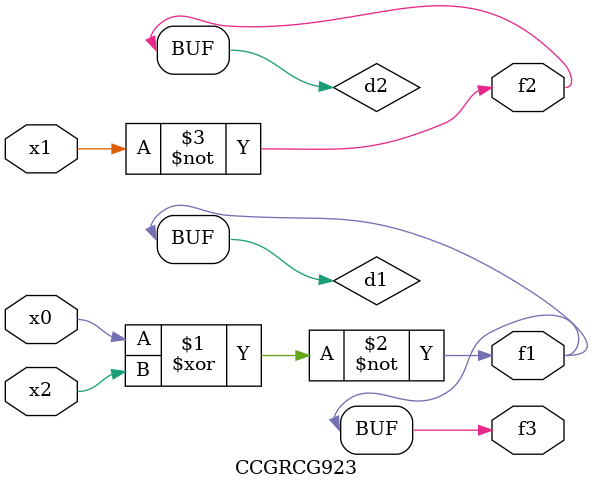
<source format=v>
module CCGRCG923(
	input x0, x1, x2,
	output f1, f2, f3
);

	wire d1, d2, d3;

	xnor (d1, x0, x2);
	nand (d2, x1);
	nor (d3, x1, x2);
	assign f1 = d1;
	assign f2 = d2;
	assign f3 = d1;
endmodule

</source>
